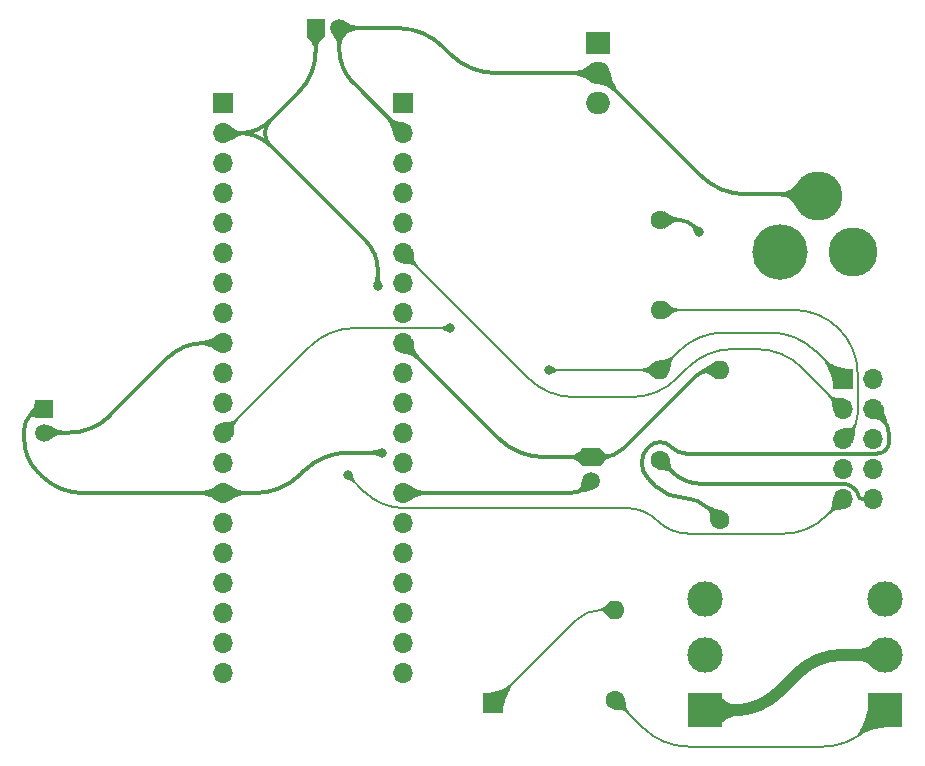
<source format=gtl>
%TF.GenerationSoftware,KiCad,Pcbnew,8.0.7*%
%TF.CreationDate,2025-03-02T11:45:57+02:00*%
%TF.ProjectId,EPM7032S Programmer,45504d37-3033-4325-9320-50726f677261,V0*%
%TF.SameCoordinates,Original*%
%TF.FileFunction,Copper,L1,Top*%
%TF.FilePolarity,Positive*%
%FSLAX46Y46*%
G04 Gerber Fmt 4.6, Leading zero omitted, Abs format (unit mm)*
G04 Created by KiCad (PCBNEW 8.0.7) date 2025-03-02 11:45:57*
%MOMM*%
%LPD*%
G01*
G04 APERTURE LIST*
%TA.AperFunction,ComponentPad*%
%ADD10O,2.000000X1.905000*%
%TD*%
%TA.AperFunction,ComponentPad*%
%ADD11R,2.000000X1.905000*%
%TD*%
%TA.AperFunction,ComponentPad*%
%ADD12C,3.000000*%
%TD*%
%TA.AperFunction,ComponentPad*%
%ADD13R,3.000000X3.000000*%
%TD*%
%TA.AperFunction,ComponentPad*%
%ADD14R,1.700000X1.700000*%
%TD*%
%TA.AperFunction,ComponentPad*%
%ADD15C,1.500000*%
%TD*%
%TA.AperFunction,ComponentPad*%
%ADD16R,1.500000X1.500000*%
%TD*%
%TA.AperFunction,ComponentPad*%
%ADD17O,1.600000X1.600000*%
%TD*%
%TA.AperFunction,ComponentPad*%
%ADD18C,1.600000*%
%TD*%
%TA.AperFunction,ComponentPad*%
%ADD19C,4.150000*%
%TD*%
%TA.AperFunction,ComponentPad*%
%ADD20C,4.700000*%
%TD*%
%TA.AperFunction,ComponentPad*%
%ADD21O,1.700000X1.700000*%
%TD*%
%TA.AperFunction,ViaPad*%
%ADD22C,0.800000*%
%TD*%
%TA.AperFunction,Conductor*%
%ADD23C,0.380000*%
%TD*%
%TA.AperFunction,Conductor*%
%ADD24C,1.000000*%
%TD*%
%TA.AperFunction,Conductor*%
%ADD25C,0.200000*%
%TD*%
G04 APERTURE END LIST*
D10*
%TO.P,U1,3,OUT*%
%TO.N,/5V*%
X34290000Y17780000D03*
%TO.P,U1,2,GND*%
%TO.N,/GND*%
X34290000Y20320000D03*
D11*
%TO.P,U1,1,IN*%
%TO.N,/12V*%
X34290000Y22860000D03*
%TD*%
D12*
%TO.P,S2,3,P2*%
%TO.N,unconnected-(S2-P2-Pad3)*%
X43344000Y-24240000D03*
%TO.P,S2,2,CM*%
%TO.N,/12V Socket*%
X43344000Y-28939000D03*
D13*
%TO.P,S2,1,P1*%
%TO.N,/12V*%
X43344000Y-33638000D03*
%TD*%
D12*
%TO.P,S1,3,P2*%
%TO.N,unconnected-(S1-P2-Pad3)*%
X58584000Y-24240000D03*
%TO.P,S1,2,CM*%
%TO.N,/12V*%
X58584000Y-28939000D03*
D13*
%TO.P,S1,1,P1*%
%TO.N,Net-(S1-P1)*%
X58584000Y-33638000D03*
%TD*%
D14*
%TO.P,J5,1,Pin_1*%
%TO.N,/INPUT{slash}OE1*%
X25400000Y-33020000D03*
%TD*%
D15*
%TO.P,C1,2*%
%TO.N,/GND*%
X12356000Y24130000D03*
D16*
%TO.P,C1,1*%
%TO.N,/5V*%
X10356000Y24130000D03*
%TD*%
D17*
%TO.P,R4,2*%
%TO.N,/INPUT{slash}OE1*%
X35724000Y-25129000D03*
D18*
%TO.P,R4,1*%
%TO.N,Net-(S1-P1)*%
X35724000Y-32749000D03*
%TD*%
D19*
%TO.P,J2,SHL2,GND*%
%TO.N,/GND*%
X55857000Y5207000D03*
%TO.P,J2,SHL1,GND*%
X52857000Y9907000D03*
D20*
%TO.P,J2,INNER,VCC*%
%TO.N,/12V Socket*%
X49657000Y5207000D03*
%TD*%
D17*
%TO.P,R1,2*%
%TO.N,/5V*%
X44614000Y-4809000D03*
D18*
%TO.P,R1,1*%
%TO.N,Net-(J3-Pin_4)*%
X44614000Y-17509000D03*
%TD*%
D21*
%TO.P,J1,20,Pin_20*%
%TO.N,unconnected-(J1-Pin_20-Pad20)*%
X2540000Y-30480000D03*
%TO.P,J1,19,Pin_19*%
%TO.N,unconnected-(J1-Pin_19-Pad19)*%
X2540000Y-27940000D03*
%TO.P,J1,18,Pin_18*%
%TO.N,unconnected-(J1-Pin_18-Pad18)*%
X2540000Y-25400000D03*
%TO.P,J1,17,Pin_17*%
%TO.N,unconnected-(J1-Pin_17-Pad17)*%
X2540000Y-22860000D03*
%TO.P,J1,16,Pin_16*%
%TO.N,unconnected-(J1-Pin_16-Pad16)*%
X2540000Y-20320000D03*
%TO.P,J1,15,Pin_15*%
%TO.N,unconnected-(J1-Pin_15-Pad15)*%
X2540000Y-17780000D03*
%TO.P,J1,14,Pin_14*%
%TO.N,/5V*%
X2540000Y-15240000D03*
%TO.P,J1,13,Pin_13*%
%TO.N,unconnected-(J1-Pin_13-Pad13)*%
X2540000Y-12700000D03*
%TO.P,J1,12,Pin_12*%
%TO.N,/TMS*%
X2540000Y-10160000D03*
%TO.P,J1,11,Pin_11*%
%TO.N,unconnected-(J1-Pin_11-Pad11)*%
X2540000Y-7620000D03*
%TO.P,J1,10,Pin_10*%
%TO.N,unconnected-(J1-Pin_10-Pad10)*%
X2540000Y-5080000D03*
%TO.P,J1,9,Pin_9*%
%TO.N,/GND*%
X2540000Y-2540000D03*
%TO.P,J1,8,Pin_8*%
%TO.N,unconnected-(J1-Pin_8-Pad8)*%
X2540000Y0D03*
%TO.P,J1,7,Pin_7*%
%TO.N,unconnected-(J1-Pin_7-Pad7)*%
X2540000Y2540000D03*
%TO.P,J1,6,Pin_6*%
%TO.N,/TDI*%
X2540000Y5080000D03*
%TO.P,J1,5,Pin_5*%
%TO.N,unconnected-(J1-Pin_5-Pad5)*%
X2540000Y7620000D03*
%TO.P,J1,4,Pin_4*%
%TO.N,unconnected-(J1-Pin_4-Pad4)*%
X2540000Y10160000D03*
%TO.P,J1,3,Pin_3*%
%TO.N,unconnected-(J1-Pin_3-Pad3)*%
X2540000Y12700000D03*
%TO.P,J1,2,Pin_2*%
%TO.N,/5V*%
X2540000Y15240000D03*
D14*
%TO.P,J1,1,Pin_1*%
%TO.N,unconnected-(J1-Pin_1-Pad1)*%
X2540000Y17780000D03*
%TD*%
D15*
%TO.P,C3,2*%
%TO.N,/GND*%
X33692000Y-14191000D03*
D16*
%TO.P,C3,1*%
%TO.N,/5V*%
X33692000Y-12191000D03*
%TD*%
D21*
%TO.P,J3,10,Pin_10*%
%TO.N,/GND*%
X57568000Y-15731000D03*
%TO.P,J3,9,Pin_9*%
%TO.N,/TDI*%
X55028000Y-15731000D03*
%TO.P,J3,8,Pin_8*%
%TO.N,unconnected-(J3-Pin_8-Pad8)*%
X57568000Y-13191000D03*
%TO.P,J3,7,Pin_7*%
%TO.N,unconnected-(J3-Pin_7-Pad7)*%
X55028000Y-13191000D03*
%TO.P,J3,6,Pin_6*%
%TO.N,unconnected-(J3-Pin_6-Pad6)*%
X57568000Y-10651000D03*
%TO.P,J3,5,Pin_5*%
%TO.N,/TMS*%
X55028000Y-10651000D03*
%TO.P,J3,4,Pin_4*%
%TO.N,Net-(J3-Pin_4)*%
X57568000Y-8111000D03*
%TO.P,J3,3,Pin_3*%
%TO.N,/TDO*%
X55028000Y-8111000D03*
%TO.P,J3,2,Pin_2*%
%TO.N,/GND*%
X57568000Y-5571000D03*
D14*
%TO.P,J3,1,Pin_1*%
%TO.N,/TCK*%
X55028000Y-5571000D03*
%TD*%
D17*
%TO.P,R2,2*%
%TO.N,/TCK*%
X39534000Y-4809000D03*
D18*
%TO.P,R2,1*%
%TO.N,/GND*%
X39534000Y-12429000D03*
%TD*%
D17*
%TO.P,R3,2*%
%TO.N,/TMS*%
X39534000Y271000D03*
D18*
%TO.P,R3,1*%
%TO.N,/5V*%
X39534000Y7891000D03*
%TD*%
D21*
%TO.P,J4,20,Pin_20*%
%TO.N,/GND*%
X17780000Y-30480000D03*
%TO.P,J4,19,Pin_19*%
%TO.N,unconnected-(J4-Pin_19-Pad19)*%
X17780000Y-27940000D03*
%TO.P,J4,18,Pin_18*%
%TO.N,unconnected-(J4-Pin_18-Pad18)*%
X17780000Y-25400000D03*
%TO.P,J4,17,Pin_17*%
%TO.N,unconnected-(J4-Pin_17-Pad17)*%
X17780000Y-22860000D03*
%TO.P,J4,16,Pin_16*%
%TO.N,unconnected-(J4-Pin_16-Pad16)*%
X17780000Y-20320000D03*
%TO.P,J4,15,Pin_15*%
%TO.N,unconnected-(J4-Pin_15-Pad15)*%
X17780000Y-17780000D03*
%TO.P,J4,14,Pin_14*%
%TO.N,/GND*%
X17780000Y-15240000D03*
%TO.P,J4,13,Pin_13*%
%TO.N,unconnected-(J4-Pin_13-Pad13)*%
X17780000Y-12700000D03*
%TO.P,J4,12,Pin_12*%
%TO.N,/TCK*%
X17780000Y-10160000D03*
%TO.P,J4,11,Pin_11*%
%TO.N,unconnected-(J4-Pin_11-Pad11)*%
X17780000Y-7620000D03*
%TO.P,J4,10,Pin_10*%
%TO.N,unconnected-(J4-Pin_10-Pad10)*%
X17780000Y-5080000D03*
%TO.P,J4,9,Pin_9*%
%TO.N,/5V*%
X17780000Y-2540000D03*
%TO.P,J4,8,Pin_8*%
%TO.N,unconnected-(J4-Pin_8-Pad8)*%
X17780000Y0D03*
%TO.P,J4,7,Pin_7*%
%TO.N,unconnected-(J4-Pin_7-Pad7)*%
X17780000Y2540000D03*
%TO.P,J4,6,Pin_6*%
%TO.N,/TDO*%
X17780000Y5080000D03*
%TO.P,J4,5,Pin_5*%
%TO.N,unconnected-(J4-Pin_5-Pad5)*%
X17780000Y7620000D03*
%TO.P,J4,4,Pin_4*%
%TO.N,unconnected-(J4-Pin_4-Pad4)*%
X17780000Y10160000D03*
%TO.P,J4,3,Pin_3*%
%TO.N,unconnected-(J4-Pin_3-Pad3)*%
X17780000Y12700000D03*
%TO.P,J4,2,Pin_2*%
%TO.N,/GND*%
X17780000Y15240000D03*
D14*
%TO.P,J4,1,Pin_1*%
%TO.N,unconnected-(J4-Pin_1-Pad1)*%
X17780000Y17780000D03*
%TD*%
D15*
%TO.P,C4,2*%
%TO.N,/GND*%
X-12618500Y-10127000D03*
D16*
%TO.P,C4,1*%
%TO.N,/5V*%
X-12618500Y-8127000D03*
%TD*%
D22*
%TO.N,/TMS*%
X21717000Y-1270000D03*
%TO.N,/TDI*%
X13081000Y-13715994D03*
%TO.N,/TCK*%
X30098998Y-4826002D03*
%TO.N,/5V*%
X42813900Y6887400D03*
X16002000Y-11811000D03*
X15621000Y2286000D03*
%TD*%
D23*
%TO.N,/5V*%
X-14306500Y-10731500D02*
G75*
G03*
X-13183967Y-13441532I3832568J3D01*
G01*
X36393692Y-11485307D02*
G75*
G02*
X34690000Y-12190995I-1703692J1703707D01*
G01*
X-13798000Y-8635500D02*
G75*
G03*
X-14306500Y-9863127I1227628J-1227628D01*
G01*
X42312100Y7389200D02*
G75*
G03*
X41100647Y7891020I-1211500J-1211500D01*
G01*
X25837207Y-10597207D02*
G75*
G03*
X29684963Y-12191011I3847793J3847807D01*
G01*
X14633171Y6067828D02*
G75*
G02*
X15620987Y3683000I-2384871J-2384828D01*
G01*
X-12954000Y-8127000D02*
G75*
G03*
X-13526734Y-8364234I0J-809969D01*
G01*
X9086792Y-13646206D02*
G75*
G02*
X5239036Y-15240003I-3847762J3847756D01*
G01*
X-12846000Y-13779500D02*
G75*
G03*
X-9320041Y-15240000I3525961J3525965D01*
G01*
X13175963Y-11811000D02*
G75*
G03*
X9328206Y-13404791I-3J-5441550D01*
G01*
X10356000Y22132500D02*
G75*
G02*
X8943556Y18722552I-4822400J0D01*
G01*
X43842000Y-4809000D02*
G75*
G03*
X42524108Y-5354881I0J-1863800D01*
G01*
X4000500Y15240000D02*
G75*
G03*
X6493738Y16272720I0J3526000D01*
G01*
X6493729Y14207270D02*
G75*
G03*
X4000500Y15239999I-2493229J-2493230D01*
G01*
X6493729Y16272729D02*
G75*
G03*
X6493729Y14207270I1032731J-1032729D01*
G01*
%TO.N,/GND*%
X825500Y-2540000D02*
G75*
G03*
X-2101334Y-3752334I0J-4139170D01*
G01*
X56326300Y-15471500D02*
G75*
G03*
X56585800Y-15731000I259500J0D01*
G01*
X-7011405Y-8662405D02*
G75*
G02*
X-10547250Y-10127000I-3535845J3535844D01*
G01*
X40549250Y-13444250D02*
G75*
G03*
X43000280Y-14459508I2451050J2451050D01*
G01*
X56142805Y-15028505D02*
G75*
G02*
X56326297Y-15471500I-443005J-442995D01*
G01*
X55950050Y-14835750D02*
G75*
G03*
X55041702Y-14459499I-908350J-908350D01*
G01*
X42965207Y11644792D02*
G75*
G03*
X46812963Y10050959I3847793J3847708D01*
G01*
X12356000Y22397000D02*
G75*
G03*
X13581423Y19438590I4183800J0D01*
G01*
X21151792Y22536206D02*
G75*
G03*
X17304036Y24130003I-3847762J-3847756D01*
G01*
X21774207Y21913792D02*
G75*
G03*
X25621963Y20320002I3847753J3847758D01*
G01*
X33167500Y-14715500D02*
G75*
G02*
X31901244Y-15240019I-1266300J1266300D01*
G01*
D24*
%TO.N,/12V*%
X49616792Y-32044206D02*
G75*
G02*
X45769036Y-33638010I-3847792J3847806D01*
G01*
X54975963Y-28939000D02*
G75*
G03*
X51128236Y-30532821I37J-5441500D01*
G01*
D25*
%TO.N,Net-(S1-P1)*%
X57051500Y-35170500D02*
G75*
G02*
X53351717Y-36703007I-3699800J3699800D01*
G01*
X38084207Y-35109207D02*
G75*
G03*
X41931963Y-36703011I3847793J3847807D01*
G01*
D23*
%TO.N,Net-(J3-Pin_4)*%
X40547300Y-11406500D02*
G75*
G03*
X41716986Y-11891006I1169700J1169700D01*
G01*
X39525900Y-10922000D02*
G75*
G03*
X38609353Y-11301644I0J-1296200D01*
G01*
X43643117Y-16538117D02*
G75*
G03*
X41429000Y-15620990I-2214117J-2214083D01*
G01*
X58634000Y-11597000D02*
G75*
G02*
X57924221Y-11891009I-709800J709800D01*
G01*
X58280290Y-8823290D02*
G75*
G02*
X58928006Y-10387000I-1563690J-1563710D01*
G01*
X58928000Y-10887221D02*
G75*
G02*
X58633994Y-11596994I-1003800J21D01*
G01*
X40442445Y-11301645D02*
G75*
G03*
X39525900Y-10922003I-916545J-916555D01*
G01*
X38481000Y-11430000D02*
G75*
G03*
X37973008Y-12656420I1226400J-1226400D01*
G01*
X37973000Y-12700000D02*
G75*
G03*
X38511821Y-14000809I1839600J0D01*
G01*
X39214882Y-14703882D02*
G75*
G03*
X41429000Y-15621010I2214118J2214082D01*
G01*
D25*
%TO.N,/INPUT{slash}OE1*%
X34507500Y-25129000D02*
G75*
G03*
X32430803Y-25989194I0J-2936900D01*
G01*
%TO.N,/TCK*%
X44925043Y-1651000D02*
G75*
G03*
X41112987Y-3229987I-43J-5391000D01*
G01*
X30128022Y-4809000D02*
G75*
G03*
X30107493Y-4817495I-22J-29000D01*
G01*
X52701792Y-3244792D02*
G75*
G03*
X48854036Y-1650989I-3847792J-3847808D01*
G01*
%TO.N,/TDI*%
X39306500Y-17589500D02*
G75*
G03*
X36700356Y-16510018I-2606100J-2606100D01*
G01*
X14478003Y-15112997D02*
G75*
G03*
X17850666Y-16510001I3372667J3372667D01*
G01*
X39306500Y-17589500D02*
G75*
G03*
X41912643Y-18668982I2606100J2606100D01*
G01*
X53559000Y-17200000D02*
G75*
G02*
X50012520Y-18669008I-3546500J3546500D01*
G01*
%TO.N,/TDO*%
X51558792Y-4641792D02*
G75*
G03*
X47711036Y-3047989I-3847792J-3847808D01*
G01*
X28378207Y-5518207D02*
G75*
G03*
X32225963Y-7112011I3847793J3847807D01*
G01*
X45687963Y-3048000D02*
G75*
G03*
X41840215Y-4641801I37J-5441600D01*
G01*
X40963792Y-5518207D02*
G75*
G02*
X37116036Y-7112010I-3847792J3847807D01*
G01*
%TO.N,/TMS*%
X54667207Y-1327207D02*
G75*
G02*
X56261011Y-5174963I-3847807J-3847793D01*
G01*
X54662792Y-1322792D02*
G75*
G03*
X50815036Y271040I-3847792J-3847708D01*
G01*
X56261000Y-8546137D02*
G75*
G02*
X55644489Y-10034489I-2104900J37D01*
G01*
X13683963Y-1270000D02*
G75*
G03*
X9836206Y-2863791I-3J-5441550D01*
G01*
D24*
%TO.N,/12V*%
X49616792Y-32044206D02*
X51128207Y-30532792D01*
X45769036Y-33638000D02*
X43344000Y-33638000D01*
X54975963Y-28939000D02*
X58584000Y-28939000D01*
D25*
%TO.N,Net-(S1-P1)*%
X38084207Y-35109207D02*
X35724000Y-32749000D01*
X53351717Y-36703000D02*
X41931963Y-36703000D01*
X57051500Y-35170500D02*
X58584000Y-33638000D01*
D23*
%TO.N,/5V*%
X15621000Y3683000D02*
X15621000Y2286000D01*
X14633171Y6067828D02*
X6493729Y14207270D01*
X8943554Y18722554D02*
X6493729Y16272729D01*
X4000500Y15240000D02*
X2540000Y15240000D01*
X10356000Y22132500D02*
X10356000Y24130000D01*
%TO.N,/GND*%
X-10547250Y-10127000D02*
X-12618500Y-10127000D01*
X-2101334Y-3752334D02*
X-7011405Y-8662405D01*
X825500Y-2540000D02*
X2540000Y-2540000D01*
D25*
%TO.N,/TCK*%
X41113000Y-3230000D02*
X39534000Y-4809000D01*
X44925043Y-1651000D02*
X48854036Y-1651000D01*
X52701792Y-3244792D02*
X55028000Y-5571000D01*
D23*
%TO.N,/GND*%
X21151792Y22536206D02*
X21774207Y21913792D01*
X12356000Y22397000D02*
X12356000Y24130000D01*
X40549250Y-13444250D02*
X39534000Y-12429000D01*
X42965207Y11644792D02*
X34290000Y20320000D01*
X33167500Y-14715500D02*
X33692000Y-14191000D01*
X46812963Y10051000D02*
X52536000Y10051000D01*
X25621963Y20320000D02*
X34290000Y20320000D01*
X56585800Y-15731000D02*
X57568000Y-15731000D01*
X31901244Y-15240000D02*
X17780000Y-15240000D01*
X56142805Y-15028505D02*
X55950050Y-14835750D01*
X12356000Y24130000D02*
X17304036Y24130000D01*
X13581416Y19438583D02*
X17780000Y15240000D01*
X43000280Y-14459500D02*
X55041702Y-14459500D01*
D25*
%TO.N,/TMS*%
X21717000Y-1270000D02*
X13683963Y-1270000D01*
X55644500Y-10034500D02*
X55028000Y-10651000D01*
X9836207Y-2863792D02*
X2540000Y-10160000D01*
X50815036Y270999D02*
X39534000Y271000D01*
X56261000Y-5174963D02*
X56261000Y-8546137D01*
X54667207Y-1327207D02*
X54662792Y-1322792D01*
%TO.N,/TDO*%
X47711036Y-3048000D02*
X45687963Y-3048000D01*
X41840206Y-4641792D02*
X40963792Y-5518207D01*
X51558792Y-4641792D02*
X55028000Y-8111000D01*
X28378207Y-5518207D02*
X17780000Y5080000D01*
X32225963Y-7112000D02*
X37116036Y-7112000D01*
%TO.N,/TDI*%
X36700356Y-16510000D02*
X17850666Y-16510000D01*
X14478003Y-15112997D02*
X13081000Y-13715994D01*
X53559000Y-17200000D02*
X55028000Y-15731000D01*
X41912643Y-18669000D02*
X50012520Y-18669000D01*
%TO.N,/TCK*%
X30128022Y-4809000D02*
X39534000Y-4809000D01*
X30107499Y-4817501D02*
X30098998Y-4826002D01*
%TO.N,/INPUT{slash}OE1*%
X34507500Y-25129000D02*
X35724000Y-25129000D01*
X32430804Y-25989195D02*
X25400000Y-33020000D01*
D23*
%TO.N,/5V*%
X34690000Y-12191000D02*
X33692000Y-12191000D01*
X36393692Y-11485307D02*
X42524113Y-5354886D01*
X2540000Y-15240000D02*
X-9320041Y-15240000D01*
X2540000Y-15240000D02*
X5239036Y-15240000D01*
X25837207Y-10597207D02*
X17780000Y-2540000D01*
X-13183967Y-13441532D02*
X-12846000Y-13779500D01*
X42312100Y7389200D02*
X42813900Y6887400D01*
X29684963Y-12191000D02*
X33692000Y-12191000D01*
X41100647Y7891000D02*
X39534000Y7891000D01*
X-13798000Y-8635500D02*
X-13526734Y-8364234D01*
X9086792Y-13646206D02*
X9328207Y-13404792D01*
X16002000Y-11811000D02*
X13175963Y-11811000D01*
X43842000Y-4809000D02*
X44614000Y-4809000D01*
X-14306500Y-10731500D02*
X-14306500Y-9863127D01*
%TO.N,Net-(J3-Pin_4)*%
X58928000Y-10387000D02*
X58928000Y-10887221D01*
X58280290Y-8823290D02*
X57568000Y-8111000D01*
X40547300Y-11406500D02*
X40442445Y-11301645D01*
X41716986Y-11891000D02*
X57924221Y-11891000D01*
X37973000Y-12656420D02*
X37973000Y-12700000D01*
X38609354Y-11301645D02*
X38481000Y-11430000D01*
X43643117Y-16538117D02*
X44614000Y-17509000D01*
X38511815Y-14000815D02*
X39214882Y-14703882D01*
%TD*%
%TA.AperFunction,Conductor*%
%TO.N,/5V*%
G36*
X-13358675Y-7639935D02*
G01*
X-13357321Y-7640699D01*
X-12629805Y-8118405D01*
X-12624773Y-8125808D01*
X-12626449Y-8134605D01*
X-12627956Y-8136456D01*
X-13361643Y-8870143D01*
X-13369916Y-8873570D01*
X-13376510Y-8871535D01*
X-13427534Y-8836726D01*
X-13486549Y-8805884D01*
X-13486564Y-8805878D01*
X-13545591Y-8784449D01*
X-13604615Y-8772440D01*
X-13604618Y-8772439D01*
X-13659105Y-8770049D01*
X-13666865Y-8766633D01*
X-13924028Y-8509470D01*
X-13927455Y-8501197D01*
X-13924028Y-8492924D01*
X-13923980Y-8492876D01*
X-13819580Y-8389683D01*
X-13819574Y-8389677D01*
X-13706816Y-8247179D01*
X-13706810Y-8247172D01*
X-13594040Y-8073614D01*
X-13516589Y-7933090D01*
X-13481276Y-7869021D01*
X-13481274Y-7869016D01*
X-13481270Y-7869009D01*
X-13374280Y-7645438D01*
X-13367617Y-7639455D01*
X-13358675Y-7639935D01*
G37*
%TD.AperFunction*%
%TD*%
%TA.AperFunction,Conductor*%
%TO.N,/5V*%
G36*
X44312336Y-4080716D02*
G01*
X44312557Y-4081214D01*
X44613057Y-4804130D01*
X44613068Y-4813085D01*
X44613058Y-4813108D01*
X44312790Y-5536214D01*
X44306453Y-5542540D01*
X44297498Y-5542532D01*
X44296488Y-5542055D01*
X44017043Y-5393335D01*
X44015730Y-5392521D01*
X43803235Y-5240431D01*
X43803223Y-5240423D01*
X43616232Y-5127198D01*
X43509668Y-5108600D01*
X43403105Y-5090003D01*
X43403104Y-5090003D01*
X43121461Y-5163013D01*
X43112593Y-5161771D01*
X43107716Y-5156164D01*
X42970461Y-4824797D01*
X42970461Y-4815843D01*
X42976279Y-4809738D01*
X43309864Y-4652499D01*
X43540527Y-4510118D01*
X43733253Y-4374460D01*
X43733786Y-4374107D01*
X43963629Y-4232231D01*
X43964769Y-4231613D01*
X44296766Y-4075121D01*
X44305709Y-4074694D01*
X44312336Y-4080716D01*
G37*
%TD.AperFunction*%
%TD*%
%TA.AperFunction,Conductor*%
%TO.N,/GND*%
G36*
X33010978Y-13908898D02*
G01*
X33688429Y-14188761D01*
X33694767Y-14195087D01*
X33694777Y-14195112D01*
X33878357Y-14639986D01*
X33946686Y-14805572D01*
X33974367Y-14872651D01*
X33974355Y-14881606D01*
X33968015Y-14887929D01*
X33967578Y-14888100D01*
X33645867Y-15005994D01*
X33644777Y-15006334D01*
X33400504Y-15069650D01*
X33399905Y-15069788D01*
X33184631Y-15113676D01*
X33073138Y-15142576D01*
X32939510Y-15177214D01*
X32939507Y-15177214D01*
X32939507Y-15177215D01*
X32616371Y-15295637D01*
X32607424Y-15295266D01*
X32601536Y-15289129D01*
X32464302Y-14957832D01*
X32464302Y-14948877D01*
X32469180Y-14943269D01*
X32562982Y-14888100D01*
X32703300Y-14805572D01*
X32819777Y-14639986D01*
X32868676Y-14441384D01*
X32908709Y-14200229D01*
X32909054Y-14198757D01*
X32995330Y-13916295D01*
X33001023Y-13909386D01*
X33009937Y-13908525D01*
X33010978Y-13908898D01*
G37*
%TD.AperFunction*%
%TD*%
%TA.AperFunction,Conductor*%
%TO.N,/12V*%
G36*
X44850735Y-32643856D02*
G01*
X45028115Y-32798006D01*
X45212231Y-32928009D01*
X45212240Y-32928014D01*
X45212246Y-32928018D01*
X45396339Y-33028010D01*
X45396351Y-33028015D01*
X45580455Y-33098014D01*
X45580460Y-33098015D01*
X45580462Y-33098016D01*
X45755446Y-33136035D01*
X45762802Y-33141140D01*
X45764661Y-33147364D01*
X45773408Y-34128444D01*
X45770055Y-34136747D01*
X45764169Y-34139986D01*
X45587606Y-34177981D01*
X45587585Y-34177987D01*
X45401705Y-34247984D01*
X45401697Y-34247988D01*
X45215798Y-34347992D01*
X45215792Y-34347995D01*
X45029901Y-34477994D01*
X44850729Y-34632210D01*
X44842224Y-34635009D01*
X44836610Y-34633079D01*
X43357616Y-33647744D01*
X43352631Y-33640305D01*
X43354366Y-33631520D01*
X43357612Y-33628273D01*
X44836575Y-32642949D01*
X44845358Y-32641215D01*
X44850735Y-32643856D01*
G37*
%TD.AperFunction*%
%TD*%
%TA.AperFunction,Conductor*%
%TO.N,/12V*%
G36*
X57496717Y-27946225D02*
G01*
X58039868Y-28441709D01*
X58575524Y-28930356D01*
X58579327Y-28938464D01*
X58576283Y-28946885D01*
X58575524Y-28947644D01*
X57496719Y-29931773D01*
X57488298Y-29934817D01*
X57480908Y-29931735D01*
X57318845Y-29782486D01*
X57318841Y-29782483D01*
X57318840Y-29782482D01*
X57238735Y-29731924D01*
X57101670Y-29645417D01*
X56829000Y-29536612D01*
X56828998Y-29536611D01*
X56828997Y-29536611D01*
X56617618Y-29491540D01*
X56492537Y-29464870D01*
X56094961Y-29439694D01*
X56086921Y-29435751D01*
X56084000Y-29428017D01*
X56084000Y-28449982D01*
X56087427Y-28441709D01*
X56094958Y-28438306D01*
X56492536Y-28413129D01*
X56828997Y-28341387D01*
X57101669Y-28232581D01*
X57318840Y-28095517D01*
X57480910Y-27946263D01*
X57489315Y-27943180D01*
X57496717Y-27946225D01*
G37*
%TD.AperFunction*%
%TD*%
%TA.AperFunction,Conductor*%
%TO.N,Net-(S1-P1)*%
G36*
X36460118Y-32447793D02*
G01*
X36466443Y-32454132D01*
X36466831Y-32455222D01*
X36567995Y-32790979D01*
X36568421Y-32793071D01*
X36598416Y-33065008D01*
X36598427Y-33065112D01*
X36622223Y-33300112D01*
X36622224Y-33300115D01*
X36622224Y-33300117D01*
X36622225Y-33300119D01*
X36708518Y-33535586D01*
X36919595Y-33801488D01*
X36922054Y-33810098D01*
X36918704Y-33817035D01*
X36792035Y-33943704D01*
X36783762Y-33947131D01*
X36776488Y-33944595D01*
X36775366Y-33943704D01*
X36510586Y-33733518D01*
X36275119Y-33647225D01*
X36275117Y-33647224D01*
X36275115Y-33647224D01*
X36275112Y-33647223D01*
X36040060Y-33623421D01*
X36039956Y-33623410D01*
X35768071Y-33593421D01*
X35765979Y-33592995D01*
X35491345Y-33510247D01*
X35430221Y-33491830D01*
X35423289Y-33486163D01*
X35422394Y-33477253D01*
X35422775Y-33476180D01*
X35721438Y-32752785D01*
X35727762Y-32746448D01*
X35727764Y-32746446D01*
X36451165Y-32447782D01*
X36460118Y-32447793D01*
G37*
%TD.AperFunction*%
%TD*%
%TA.AperFunction,Conductor*%
%TO.N,Net-(S1-P1)*%
G36*
X58580056Y-33640998D02*
G01*
X58583731Y-33649165D01*
X58583693Y-33650519D01*
X58456707Y-35128092D01*
X58452584Y-35136041D01*
X58445940Y-35138756D01*
X58047228Y-35169185D01*
X58047220Y-35169186D01*
X57861301Y-35207944D01*
X57638590Y-35254373D01*
X57638584Y-35254374D01*
X57638584Y-35254375D01*
X57638580Y-35254376D01*
X57229964Y-35393556D01*
X57229948Y-35393563D01*
X56821330Y-35586743D01*
X56821328Y-35586744D01*
X56422056Y-35828269D01*
X56413203Y-35829619D01*
X56406416Y-35824969D01*
X56302131Y-35676034D01*
X56300193Y-35667291D01*
X56301433Y-35663740D01*
X56455184Y-35380608D01*
X56551944Y-35169186D01*
X56612386Y-35037121D01*
X56769591Y-34639630D01*
X56926795Y-34188139D01*
X57081522Y-33690615D01*
X57087250Y-33683734D01*
X57092338Y-33682396D01*
X58571685Y-33637822D01*
X58580056Y-33640998D01*
G37*
%TD.AperFunction*%
%TD*%
%TA.AperFunction,Conductor*%
%TO.N,/5V*%
G36*
X15808010Y3082573D02*
G01*
X15811429Y3074745D01*
X15817340Y2919580D01*
X15837202Y2802585D01*
X15871853Y2704089D01*
X15871858Y2704076D01*
X15922483Y2593362D01*
X15922548Y2593219D01*
X15985732Y2449998D01*
X15985936Y2441046D01*
X15979749Y2434571D01*
X15979558Y2434489D01*
X15625499Y2286875D01*
X15616550Y2286855D01*
X15262468Y2434478D01*
X15256152Y2440824D01*
X15256173Y2449778D01*
X15256248Y2449954D01*
X15319450Y2593219D01*
X15335192Y2627648D01*
X15370139Y2704076D01*
X15370144Y2704089D01*
X15404795Y2802585D01*
X15424657Y2919580D01*
X15424657Y2919581D01*
X15424658Y2919587D01*
X15430571Y3074746D01*
X15434311Y3082882D01*
X15442263Y3086000D01*
X15799737Y3086000D01*
X15808010Y3082573D01*
G37*
%TD.AperFunction*%
%TD*%
%TA.AperFunction,Conductor*%
%TO.N,/5V*%
G36*
X2875594Y16019625D02*
G01*
X2876689Y16019101D01*
X3182532Y15852991D01*
X3184289Y15851821D01*
X3399170Y15678690D01*
X3584686Y15531937D01*
X3584687Y15531936D01*
X3812508Y15440082D01*
X4144673Y15431364D01*
X4152853Y15427721D01*
X4156010Y15420815D01*
X4191184Y15063684D01*
X4188584Y15055115D01*
X4181601Y15051020D01*
X3840664Y14990052D01*
X3605910Y14891743D01*
X3414250Y14765048D01*
X3192561Y14617424D01*
X3191295Y14616691D01*
X2876486Y14460269D01*
X2867554Y14459658D01*
X2860804Y14465542D01*
X2860490Y14466230D01*
X2540871Y15235412D01*
X2540861Y15244367D01*
X2540870Y15244391D01*
X2721301Y15678716D01*
X2860300Y16013309D01*
X2866639Y16019634D01*
X2875594Y16019625D01*
G37*
%TD.AperFunction*%
%TD*%
%TA.AperFunction,Conductor*%
%TO.N,/5V*%
G36*
X10364268Y24122720D02*
G01*
X10364279Y24122709D01*
X11096976Y23389035D01*
X11100397Y23380759D01*
X11096965Y23372488D01*
X11096211Y23371799D01*
X11043828Y23327909D01*
X10993999Y23286160D01*
X10881999Y23164240D01*
X10833753Y23099625D01*
X10770002Y23014244D01*
X10769995Y23014233D01*
X10657996Y22836154D01*
X10549322Y22636115D01*
X10542361Y22630481D01*
X10539041Y22630000D01*
X10172959Y22630000D01*
X10164686Y22633427D01*
X10162678Y22636115D01*
X10153979Y22652126D01*
X10053999Y22836160D01*
X9941999Y23014240D01*
X9830000Y23164240D01*
X9718000Y23286160D01*
X9615786Y23371800D01*
X9611646Y23379739D01*
X9614333Y23388281D01*
X9615011Y23389023D01*
X9983141Y23757644D01*
X10347721Y24122709D01*
X10355992Y24126141D01*
X10364268Y24122720D01*
G37*
%TD.AperFunction*%
%TD*%
%TA.AperFunction,Conductor*%
%TO.N,/GND*%
G36*
X-12321017Y-9439385D02*
G01*
X-12320260Y-9439731D01*
X-12036081Y-9582549D01*
X-12034845Y-9583271D01*
X-11831561Y-9719655D01*
X-11654408Y-9832336D01*
X-11438535Y-9908817D01*
X-11129174Y-9936060D01*
X-11121233Y-9940199D01*
X-11118500Y-9947715D01*
X-11118500Y-10306284D01*
X-11121927Y-10314557D01*
X-11129174Y-10317939D01*
X-11438535Y-10345182D01*
X-11654407Y-10421662D01*
X-11654408Y-10421663D01*
X-11831557Y-10534340D01*
X-12034828Y-10670716D01*
X-12036092Y-10671454D01*
X-12320254Y-10814264D01*
X-12329185Y-10814917D01*
X-12335962Y-10809064D01*
X-12336312Y-10808301D01*
X-12617633Y-10131491D01*
X-12617644Y-10122536D01*
X-12617633Y-10122509D01*
X-12336312Y-9445698D01*
X-12329972Y-9439374D01*
X-12321017Y-9439385D01*
G37*
%TD.AperFunction*%
%TD*%
%TA.AperFunction,Conductor*%
%TO.N,/GND*%
G36*
X2219189Y-1765556D02*
G01*
X2219574Y-1766388D01*
X2539134Y-2535511D01*
X2539143Y-2544466D01*
X2539134Y-2544489D01*
X2219574Y-3313611D01*
X2213235Y-3319936D01*
X2204280Y-3319927D01*
X2203448Y-3319542D01*
X1878645Y-3153685D01*
X1877252Y-3152847D01*
X1647582Y-2991918D01*
X1520818Y-2906141D01*
X1448183Y-2856991D01*
X1448181Y-2856990D01*
X1204170Y-2764394D01*
X1204164Y-2764392D01*
X850600Y-2731001D01*
X842686Y-2726812D01*
X840000Y-2719353D01*
X840000Y-2360646D01*
X843427Y-2352373D01*
X850597Y-2348999D01*
X1204167Y-2315606D01*
X1448183Y-2223008D01*
X1647587Y-2088077D01*
X1877255Y-1927148D01*
X1878641Y-1926314D01*
X2203448Y-1760456D01*
X2212375Y-1759746D01*
X2219189Y-1765556D01*
G37*
%TD.AperFunction*%
%TD*%
%TA.AperFunction,Conductor*%
%TO.N,/TCK*%
G36*
X40602035Y-3614295D02*
G01*
X40728704Y-3740964D01*
X40732131Y-3749237D01*
X40729595Y-3756511D01*
X40518518Y-4022413D01*
X40432224Y-4257883D01*
X40432223Y-4257886D01*
X40408427Y-4492887D01*
X40408416Y-4492991D01*
X40378421Y-4764926D01*
X40377995Y-4767018D01*
X40276831Y-5102777D01*
X40271163Y-5109710D01*
X40262253Y-5110605D01*
X40261163Y-5110217D01*
X39537787Y-4811562D01*
X39531448Y-4805237D01*
X39531437Y-4805212D01*
X39515246Y-4765996D01*
X39232782Y-4081834D01*
X39232793Y-4072881D01*
X39239132Y-4066556D01*
X39240201Y-4066175D01*
X39575981Y-3965001D01*
X39578070Y-3964576D01*
X39850008Y-3934582D01*
X40018366Y-3917532D01*
X40085112Y-3910774D01*
X40085113Y-3910773D01*
X40085119Y-3910773D01*
X40320586Y-3824480D01*
X40586490Y-3613403D01*
X40595098Y-3610945D01*
X40602035Y-3614295D01*
G37*
%TD.AperFunction*%
%TD*%
%TA.AperFunction,Conductor*%
%TO.N,/TCK*%
G36*
X53655611Y-4054391D02*
G01*
X53994152Y-4273599D01*
X53994159Y-4273603D01*
X54106151Y-4331573D01*
X54340634Y-4452949D01*
X54687117Y-4587299D01*
X55033599Y-4676649D01*
X55364917Y-4719058D01*
X55372688Y-4723507D01*
X55375036Y-4732148D01*
X55374245Y-4735130D01*
X55030562Y-5567215D01*
X55024236Y-5573553D01*
X55024215Y-5573562D01*
X54189870Y-5918178D01*
X54180915Y-5918169D01*
X54174589Y-5911831D01*
X54174221Y-5910806D01*
X54043649Y-5486599D01*
X53909299Y-5095117D01*
X53774949Y-4748634D01*
X53703053Y-4587298D01*
X53640603Y-4447160D01*
X53510240Y-4198289D01*
X53509437Y-4189370D01*
X53512329Y-4184589D01*
X53640980Y-4055938D01*
X53649252Y-4052512D01*
X53655611Y-4054391D01*
G37*
%TD.AperFunction*%
%TD*%
%TA.AperFunction,Conductor*%
%TO.N,/GND*%
G36*
X12360491Y24129133D02*
G01*
X13037301Y23847812D01*
X13043625Y23841472D01*
X13043614Y23832517D01*
X13043264Y23831754D01*
X12900454Y23547592D01*
X12899716Y23546328D01*
X12763340Y23343057D01*
X12650663Y23165908D01*
X12650662Y23165907D01*
X12574182Y22950035D01*
X12546940Y22640674D01*
X12542801Y22632733D01*
X12535285Y22630000D01*
X12176715Y22630000D01*
X12168442Y22633427D01*
X12165060Y22640674D01*
X12137817Y22950035D01*
X12061336Y23165908D01*
X11948655Y23343061D01*
X11812271Y23546345D01*
X11811549Y23547581D01*
X11668734Y23831754D01*
X11668082Y23840685D01*
X11673935Y23847462D01*
X11674698Y23847812D01*
X12351509Y24129133D01*
X12360464Y24129144D01*
X12360491Y24129133D01*
G37*
%TD.AperFunction*%
%TD*%
%TA.AperFunction,Conductor*%
%TO.N,/GND*%
G36*
X40270123Y-12127791D02*
G01*
X40276448Y-12134130D01*
X40276834Y-12135216D01*
X40364412Y-12425509D01*
X40364837Y-12427576D01*
X40391543Y-12664200D01*
X40391550Y-12664265D01*
X40413450Y-12868586D01*
X40413452Y-12868593D01*
X40490320Y-13072398D01*
X40490322Y-13072402D01*
X40568081Y-13168104D01*
X40675455Y-13300257D01*
X40678012Y-13308839D01*
X40674743Y-13315812D01*
X40423797Y-13572645D01*
X40415564Y-13576167D01*
X40408211Y-13573677D01*
X40175876Y-13391600D01*
X40175874Y-13391599D01*
X40046268Y-13342825D01*
X39971081Y-13314530D01*
X39971079Y-13314529D01*
X39767789Y-13290536D01*
X39767753Y-13290516D01*
X39767719Y-13290528D01*
X39532440Y-13261313D01*
X39530452Y-13260888D01*
X39240143Y-13171872D01*
X39233238Y-13166170D01*
X39232387Y-13157256D01*
X39232751Y-13156238D01*
X39531430Y-12432794D01*
X39537754Y-12426457D01*
X39537758Y-12426455D01*
X40261170Y-12127780D01*
X40270123Y-12127791D01*
G37*
%TD.AperFunction*%
%TD*%
%TA.AperFunction,Conductor*%
%TO.N,/GND*%
G36*
X35269868Y20501991D02*
G01*
X35274552Y20495427D01*
X35373791Y20134043D01*
X35475893Y19807204D01*
X35577997Y19525328D01*
X35680095Y19288434D01*
X35680102Y19288420D01*
X35778130Y19104149D01*
X35778990Y19095236D01*
X35776074Y19090381D01*
X35520423Y18834730D01*
X35512150Y18831303D01*
X35505459Y18833405D01*
X35222131Y19030902D01*
X34930767Y19188252D01*
X34639404Y19299852D01*
X34348040Y19365702D01*
X34070590Y19384842D01*
X34062575Y19388829D01*
X34059726Y19397318D01*
X34060044Y19399338D01*
X34091392Y19525328D01*
X34287480Y20313424D01*
X34292803Y20320624D01*
X34296667Y20322096D01*
X35261103Y20503827D01*
X35269868Y20501991D01*
G37*
%TD.AperFunction*%
%TD*%
%TA.AperFunction,Conductor*%
%TO.N,/GND*%
G36*
X51105180Y10985325D02*
G01*
X52839986Y9918082D01*
X52845236Y9910829D01*
X52843820Y9901986D01*
X52839039Y9897628D01*
X52388072Y9674722D01*
X51018938Y8997983D01*
X51010004Y8997390D01*
X51003473Y9002891D01*
X50900563Y9192568D01*
X50737043Y9421497D01*
X50506874Y9637438D01*
X50198648Y9798052D01*
X49810827Y9859437D01*
X49803193Y9864115D01*
X49800958Y9870993D01*
X49800958Y10230698D01*
X49804385Y10238971D01*
X49811176Y10242304D01*
X50130679Y10283095D01*
X50206800Y10292814D01*
X50531574Y10426448D01*
X50531576Y10426449D01*
X50531581Y10426452D01*
X50782911Y10609187D01*
X50782913Y10609189D01*
X50968421Y10808304D01*
X50968423Y10808306D01*
X50968430Y10808314D01*
X50968434Y10808320D01*
X50968439Y10808326D01*
X51089449Y10982047D01*
X51096989Y10986877D01*
X51105180Y10985325D01*
G37*
%TD.AperFunction*%
%TD*%
%TA.AperFunction,Conductor*%
%TO.N,/GND*%
G36*
X33720212Y21102515D02*
G01*
X33720402Y21102263D01*
X34285970Y20326895D01*
X34288076Y20318191D01*
X34285970Y20313105D01*
X33720402Y19537736D01*
X33712758Y19533072D01*
X33704054Y19535178D01*
X33703802Y19535368D01*
X33441815Y19737519D01*
X33170312Y19902464D01*
X32898808Y20022860D01*
X32627305Y20098705D01*
X32366160Y20128806D01*
X32358336Y20133157D01*
X32355802Y20140428D01*
X32355802Y20499571D01*
X32359229Y20507844D01*
X32366162Y20511194D01*
X32627306Y20541294D01*
X32898812Y20617140D01*
X33170317Y20737537D01*
X33441818Y20902482D01*
X33441821Y20902484D01*
X33703802Y21104631D01*
X33712445Y21106972D01*
X33720212Y21102515D01*
G37*
%TD.AperFunction*%
%TD*%
%TA.AperFunction,Conductor*%
%TO.N,/GND*%
G36*
X18115719Y-14460072D02*
G01*
X18116551Y-14460457D01*
X18441353Y-14626313D01*
X18442746Y-14627151D01*
X18672412Y-14788077D01*
X18871816Y-14923008D01*
X19115832Y-15015606D01*
X19469402Y-15048999D01*
X19477314Y-15053187D01*
X19480000Y-15060646D01*
X19480000Y-15419353D01*
X19476573Y-15427626D01*
X19469400Y-15431001D01*
X19115834Y-15464392D01*
X19115828Y-15464394D01*
X18871817Y-15556990D01*
X18672416Y-15691918D01*
X18442746Y-15852847D01*
X18441353Y-15853685D01*
X18116551Y-16019542D01*
X18107624Y-16020253D01*
X18100810Y-16014443D01*
X18100425Y-16013611D01*
X17966767Y-15691922D01*
X17780864Y-15244488D01*
X17780856Y-15235534D01*
X17780865Y-15235511D01*
X17856618Y-15053187D01*
X18100426Y-14466386D01*
X18106764Y-14460063D01*
X18115719Y-14460072D01*
G37*
%TD.AperFunction*%
%TD*%
%TA.AperFunction,Conductor*%
%TO.N,/GND*%
G36*
X12653482Y24817614D02*
G01*
X12654245Y24817264D01*
X12938405Y24674454D01*
X12939669Y24673716D01*
X13142940Y24537340D01*
X13320089Y24424663D01*
X13320090Y24424662D01*
X13535962Y24348182D01*
X13845326Y24320939D01*
X13853267Y24316800D01*
X13856000Y24309284D01*
X13856000Y23950715D01*
X13852573Y23942442D01*
X13845326Y23939060D01*
X13535963Y23911817D01*
X13320090Y23835336D01*
X13275801Y23807165D01*
X13142940Y23722658D01*
X12939669Y23586282D01*
X12938408Y23585546D01*
X12750921Y23491321D01*
X12654245Y23442735D01*
X12645314Y23442082D01*
X12638537Y23447935D01*
X12638198Y23448673D01*
X12356865Y24125510D01*
X12356855Y24134464D01*
X12638188Y24811302D01*
X12644527Y24817625D01*
X12653482Y24817614D01*
G37*
%TD.AperFunction*%
%TD*%
%TA.AperFunction,Conductor*%
%TO.N,/GND*%
G36*
X16720472Y16569643D02*
G01*
X16994088Y16343248D01*
X16994092Y16343245D01*
X17232117Y16236174D01*
X17468494Y16190592D01*
X17744711Y16141981D01*
X17746289Y16141589D01*
X18093242Y16029197D01*
X18100056Y16023387D01*
X18100767Y16014460D01*
X18100450Y16013600D01*
X17782562Y15243785D01*
X17776238Y15237447D01*
X17006399Y14919549D01*
X16997444Y14919558D01*
X16991119Y14925897D01*
X16990802Y14926757D01*
X16889557Y15239293D01*
X16878406Y15273713D01*
X16878016Y15275286D01*
X16829411Y15551472D01*
X16783821Y15787883D01*
X16676753Y16025906D01*
X16450354Y16299529D01*
X16447721Y16308086D01*
X16451096Y16315259D01*
X16704740Y16568902D01*
X16713013Y16572329D01*
X16720472Y16569643D01*
G37*
%TD.AperFunction*%
%TD*%
%TA.AperFunction,Conductor*%
%TO.N,/TMS*%
G36*
X21568413Y-911287D02*
G01*
X21568762Y-912046D01*
X21716123Y-1265498D01*
X21716144Y-1274452D01*
X21716123Y-1274502D01*
X21568762Y-1627952D01*
X21562415Y-1634270D01*
X21553461Y-1634249D01*
X21552702Y-1633900D01*
X21406635Y-1560360D01*
X21405355Y-1559611D01*
X21297266Y-1486734D01*
X21202862Y-1426262D01*
X21202861Y-1426261D01*
X21202860Y-1426261D01*
X21087761Y-1385159D01*
X21087760Y-1385158D01*
X21087758Y-1385158D01*
X20927665Y-1370946D01*
X20919728Y-1366801D01*
X20917000Y-1359292D01*
X20917000Y-1180707D01*
X20920427Y-1172434D01*
X20927664Y-1169053D01*
X21087761Y-1154840D01*
X21202860Y-1113738D01*
X21297271Y-1053261D01*
X21405369Y-980378D01*
X21406620Y-979646D01*
X21552705Y-906097D01*
X21561632Y-905438D01*
X21568413Y-911287D01*
G37*
%TD.AperFunction*%
%TD*%
%TA.AperFunction,Conductor*%
%TO.N,/TMS*%
G36*
X56008867Y-9332403D02*
G01*
X56174418Y-9400979D01*
X56180749Y-9407311D01*
X56181026Y-9415528D01*
X56056950Y-9783329D01*
X56056948Y-9783338D01*
X56009367Y-10065574D01*
X56009365Y-10065590D01*
X55988487Y-10315370D01*
X55988365Y-10316340D01*
X55941020Y-10597193D01*
X55940569Y-10598988D01*
X55817293Y-10964435D01*
X55811402Y-10971179D01*
X55802467Y-10971781D01*
X55801742Y-10971510D01*
X55032109Y-10653777D01*
X55025770Y-10647452D01*
X55025761Y-10647430D01*
X54707799Y-9877995D01*
X54707806Y-9869041D01*
X54714144Y-9862714D01*
X54715551Y-9862235D01*
X55059754Y-9769246D01*
X55061960Y-9768872D01*
X55362056Y-9747373D01*
X55613914Y-9720460D01*
X55823963Y-9607711D01*
X55994490Y-9336975D01*
X56001798Y-9331803D01*
X56008867Y-9332403D01*
G37*
%TD.AperFunction*%
%TD*%
%TA.AperFunction,Conductor*%
%TO.N,/TMS*%
G36*
X3678736Y-8894573D02*
G01*
X3805426Y-9021263D01*
X3808853Y-9029536D01*
X3806327Y-9036797D01*
X3581763Y-9320545D01*
X3491230Y-9571621D01*
X3467459Y-9822393D01*
X3467446Y-9822518D01*
X3436837Y-10112361D01*
X3436410Y-10114491D01*
X3329011Y-10472887D01*
X3323353Y-10479828D01*
X3314444Y-10480736D01*
X3313337Y-10480342D01*
X3312092Y-10479828D01*
X2543784Y-10162561D01*
X2537447Y-10156238D01*
X2219657Y-9386660D01*
X2219666Y-9377706D01*
X2226005Y-9371381D01*
X2227091Y-9370994D01*
X2585509Y-9263586D01*
X2587635Y-9263160D01*
X2877586Y-9232540D01*
X3128374Y-9208769D01*
X3253914Y-9163501D01*
X3379453Y-9118235D01*
X3379453Y-9118234D01*
X3379455Y-9118234D01*
X3663204Y-8893671D01*
X3671816Y-8891225D01*
X3678736Y-8894573D01*
G37*
%TD.AperFunction*%
%TD*%
%TA.AperFunction,Conductor*%
%TO.N,/TMS*%
G36*
X39850483Y1004488D02*
G01*
X39851528Y1003992D01*
X40160478Y838110D01*
X40162259Y836932D01*
X40375676Y665918D01*
X40375757Y665853D01*
X40558841Y516441D01*
X40558841Y516440D01*
X40786357Y410959D01*
X40786365Y410957D01*
X41123635Y372190D01*
X41131463Y367841D01*
X41133999Y360567D01*
X41133999Y181431D01*
X41130572Y173158D01*
X41123636Y169808D01*
X40786360Y131041D01*
X40558842Y25559D01*
X40464084Y-51770D01*
X40375763Y-123847D01*
X40375682Y-123912D01*
X40162259Y-294932D01*
X40160478Y-296110D01*
X39851528Y-461992D01*
X39842618Y-462887D01*
X39835685Y-457219D01*
X39835189Y-456174D01*
X39768462Y-295605D01*
X39534865Y266512D01*
X39534855Y275461D01*
X39835189Y998174D01*
X39841528Y1004499D01*
X39850483Y1004488D01*
G37*
%TD.AperFunction*%
%TD*%
%TA.AperFunction,Conductor*%
%TO.N,/TDO*%
G36*
X53904797Y-6844672D02*
G01*
X54188545Y-7069235D01*
X54314084Y-7114501D01*
X54439621Y-7159768D01*
X54439624Y-7159769D01*
X54690412Y-7183540D01*
X54975096Y-7213604D01*
X54980361Y-7214160D01*
X54982491Y-7214587D01*
X55340888Y-7321988D01*
X55347828Y-7327645D01*
X55348736Y-7336554D01*
X55348342Y-7337661D01*
X55030562Y-8107214D01*
X55024237Y-8113553D01*
X55024214Y-8113562D01*
X54254661Y-8431342D01*
X54245706Y-8431333D01*
X54239381Y-8424994D01*
X54238992Y-8423902D01*
X54131587Y-8065491D01*
X54131160Y-8063361D01*
X54100551Y-7773518D01*
X54100538Y-7773393D01*
X54076769Y-7522624D01*
X54010075Y-7337661D01*
X53986235Y-7271545D01*
X53890413Y-7150469D01*
X53761671Y-6987796D01*
X53759225Y-6979183D01*
X53762572Y-6972264D01*
X53889264Y-6845572D01*
X53897536Y-6842146D01*
X53904797Y-6844672D01*
G37*
%TD.AperFunction*%
%TD*%
%TA.AperFunction,Conductor*%
%TO.N,/TDO*%
G36*
X18562292Y5400333D02*
G01*
X18568617Y5393994D01*
X18569011Y5392887D01*
X18676410Y5034491D01*
X18676837Y5032361D01*
X18707445Y4742537D01*
X18707458Y4742412D01*
X18731230Y4491621D01*
X18821763Y4240545D01*
X19046327Y3956797D01*
X19048774Y3948183D01*
X19045426Y3941263D01*
X18918736Y3814573D01*
X18910463Y3811146D01*
X18903204Y3813671D01*
X18619455Y4038234D01*
X18619453Y4038234D01*
X18619453Y4038235D01*
X18564707Y4057974D01*
X18368374Y4128769D01*
X18117586Y4152540D01*
X17827635Y4183160D01*
X17825509Y4183586D01*
X17467109Y4290988D01*
X17460171Y4296645D01*
X17459263Y4305554D01*
X17459657Y4306661D01*
X17536036Y4491624D01*
X17777438Y5076215D01*
X17783761Y5082552D01*
X18553337Y5400342D01*
X18562292Y5400333D01*
G37*
%TD.AperFunction*%
%TD*%
%TA.AperFunction,Conductor*%
%TO.N,/TDI*%
G36*
X13447884Y-13567724D02*
G01*
X13454202Y-13574071D01*
X13454492Y-13574854D01*
X13505776Y-13730140D01*
X13506151Y-13731574D01*
X13531052Y-13859544D01*
X13555043Y-13969051D01*
X13571923Y-14004683D01*
X13607368Y-14079502D01*
X13607370Y-14079505D01*
X13607371Y-14079506D01*
X13710523Y-14202758D01*
X13713205Y-14211302D01*
X13709824Y-14218540D01*
X13583546Y-14344818D01*
X13575273Y-14348245D01*
X13567764Y-14345517D01*
X13444512Y-14242365D01*
X13444511Y-14242364D01*
X13444508Y-14242362D01*
X13369689Y-14206917D01*
X13334057Y-14190037D01*
X13224550Y-14166046D01*
X13096580Y-14141145D01*
X13095146Y-14140770D01*
X12939860Y-14089486D01*
X12933079Y-14083637D01*
X12932419Y-14074707D01*
X12932703Y-14073938D01*
X13078437Y-13719796D01*
X13084753Y-13713451D01*
X13438931Y-13567703D01*
X13447884Y-13567724D01*
G37*
%TD.AperFunction*%
%TD*%
%TA.AperFunction,Conductor*%
%TO.N,/TDI*%
G36*
X54254654Y-15410654D02*
G01*
X55024215Y-15728438D01*
X55030552Y-15734761D01*
X55030562Y-15734785D01*
X55348342Y-16504337D01*
X55348333Y-16513292D01*
X55341994Y-16519617D01*
X55340887Y-16520011D01*
X54982491Y-16627410D01*
X54980361Y-16627837D01*
X54690518Y-16658446D01*
X54690393Y-16658459D01*
X54439621Y-16682230D01*
X54188545Y-16772763D01*
X53904797Y-16997327D01*
X53896183Y-16999774D01*
X53889263Y-16996426D01*
X53762573Y-16869736D01*
X53759146Y-16861463D01*
X53761671Y-16854204D01*
X53986234Y-16570455D01*
X54076769Y-16319374D01*
X54100540Y-16068586D01*
X54131160Y-15778635D01*
X54131587Y-15776507D01*
X54145992Y-15728437D01*
X54238988Y-15418109D01*
X54244645Y-15411171D01*
X54253554Y-15410263D01*
X54254654Y-15410654D01*
G37*
%TD.AperFunction*%
%TD*%
%TA.AperFunction,Conductor*%
%TO.N,/TCK*%
G36*
X39232314Y-4080780D02*
G01*
X39232810Y-4081825D01*
X39533134Y-4804510D01*
X39533144Y-4813463D01*
X39533135Y-4813485D01*
X39533134Y-4813490D01*
X39232810Y-5536174D01*
X39226471Y-5542499D01*
X39217516Y-5542488D01*
X39216471Y-5541992D01*
X38907520Y-5376110D01*
X38905739Y-5374932D01*
X38692315Y-5203912D01*
X38692234Y-5203847D01*
X38651363Y-5170493D01*
X38509156Y-5054440D01*
X38281641Y-4948959D01*
X38281639Y-4948958D01*
X38281638Y-4948958D01*
X38281636Y-4948957D01*
X38281633Y-4948957D01*
X37944364Y-4910191D01*
X37936536Y-4905842D01*
X37934000Y-4898568D01*
X37934000Y-4719431D01*
X37937427Y-4711158D01*
X37944362Y-4707808D01*
X38281638Y-4669040D01*
X38509156Y-4563558D01*
X38692241Y-4414145D01*
X38905741Y-4243064D01*
X38907520Y-4241888D01*
X39207582Y-4080780D01*
X39216471Y-4076006D01*
X39225381Y-4075112D01*
X39232314Y-4080780D01*
G37*
%TD.AperFunction*%
%TD*%
%TA.AperFunction,Conductor*%
%TO.N,/TCK*%
G36*
X30262577Y-4461653D02*
G01*
X30263236Y-4461952D01*
X30407887Y-4533234D01*
X30408974Y-4533845D01*
X30517007Y-4602492D01*
X30611734Y-4658198D01*
X30726610Y-4695433D01*
X30726611Y-4695433D01*
X30726615Y-4695434D01*
X30789107Y-4700450D01*
X30884854Y-4708136D01*
X30892825Y-4712212D01*
X30895616Y-4719797D01*
X30895616Y-4898397D01*
X30892189Y-4906670D01*
X30885064Y-4910040D01*
X30724678Y-4925860D01*
X30724674Y-4925860D01*
X30724671Y-4925861D01*
X30724669Y-4925861D01*
X30724667Y-4925862D01*
X30610646Y-4971045D01*
X30610638Y-4971049D01*
X30517723Y-5036464D01*
X30410848Y-5113484D01*
X30409379Y-5114385D01*
X30304819Y-5168336D01*
X30263350Y-5189734D01*
X30254426Y-5190482D01*
X30247587Y-5184701D01*
X30247186Y-5183838D01*
X30218232Y-5114390D01*
X30099873Y-4830501D01*
X30099853Y-4821552D01*
X30247276Y-4467949D01*
X30253623Y-4461632D01*
X30262577Y-4461653D01*
G37*
%TD.AperFunction*%
%TD*%
%TA.AperFunction,Conductor*%
%TO.N,/INPUT{slash}OE1*%
G36*
X35422308Y-24400800D02*
G01*
X35422869Y-24401964D01*
X35723127Y-25124400D01*
X35723138Y-25133354D01*
X35723127Y-25133379D01*
X35423070Y-25855545D01*
X35416732Y-25861870D01*
X35407777Y-25861860D01*
X35406214Y-25861069D01*
X35147701Y-25704823D01*
X35145256Y-25702853D01*
X34973457Y-25521343D01*
X34973142Y-25520996D01*
X34829620Y-25356656D01*
X34829616Y-25356653D01*
X34646183Y-25247455D01*
X34363736Y-25231170D01*
X34355674Y-25227272D01*
X34352784Y-25220799D01*
X34332657Y-25042159D01*
X34335136Y-25033554D01*
X34341578Y-25029466D01*
X34629272Y-24961149D01*
X34816865Y-24844909D01*
X34964000Y-24700030D01*
X34964413Y-24699643D01*
X35140258Y-24543452D01*
X35142361Y-24541966D01*
X35406413Y-24396210D01*
X35415310Y-24395213D01*
X35422308Y-24400800D01*
G37*
%TD.AperFunction*%
%TD*%
%TA.AperFunction,Conductor*%
%TO.N,/INPUT{slash}OE1*%
G36*
X26787020Y-31504939D02*
G01*
X26915668Y-31633587D01*
X26919095Y-31641860D01*
X26917759Y-31647289D01*
X26787402Y-31896147D01*
X26653062Y-32197605D01*
X26653055Y-32197620D01*
X26653050Y-32197634D01*
X26522233Y-32535003D01*
X26518693Y-32544135D01*
X26384351Y-32935594D01*
X26253778Y-33359806D01*
X26248069Y-33366705D01*
X26239154Y-33367546D01*
X26238129Y-33367178D01*
X25403784Y-33022562D01*
X25397446Y-33016236D01*
X25053754Y-32184129D01*
X25053763Y-32175175D01*
X25060101Y-32168849D01*
X25063077Y-32168059D01*
X25394400Y-32125649D01*
X25740882Y-32036299D01*
X26087365Y-31901949D01*
X26433847Y-31722599D01*
X26772389Y-31503390D01*
X26781195Y-31501771D01*
X26787020Y-31504939D01*
G37*
%TD.AperFunction*%
%TD*%
%TA.AperFunction,Conductor*%
%TO.N,/5V*%
G36*
X34449630Y-11449915D02*
G01*
X34450216Y-11450546D01*
X34575883Y-11596549D01*
X34709766Y-11726615D01*
X34709770Y-11726618D01*
X34709771Y-11726619D01*
X34843639Y-11831189D01*
X34843661Y-11831205D01*
X34977526Y-11910294D01*
X34977530Y-11910296D01*
X35105981Y-11961737D01*
X35112387Y-11967994D01*
X35112932Y-11969570D01*
X35207050Y-12320827D01*
X35205881Y-12329705D01*
X35199983Y-12334762D01*
X35056214Y-12390577D01*
X34902669Y-12479203D01*
X34902657Y-12479210D01*
X34749109Y-12596853D01*
X34595555Y-12743517D01*
X34595554Y-12743518D01*
X34450106Y-12909924D01*
X34442081Y-12913898D01*
X34433597Y-12911033D01*
X34433170Y-12910640D01*
X33699570Y-12199531D01*
X33696015Y-12191314D01*
X33699313Y-12182989D01*
X33699387Y-12182912D01*
X34433085Y-11449906D01*
X34441359Y-11446484D01*
X34449630Y-11449915D01*
G37*
%TD.AperFunction*%
%TD*%
%TA.AperFunction,Conductor*%
%TO.N,/5V*%
G36*
X2219189Y-14465556D02*
G01*
X2219574Y-14466388D01*
X2539134Y-15235511D01*
X2539143Y-15244466D01*
X2539134Y-15244489D01*
X2219574Y-16013611D01*
X2213235Y-16019936D01*
X2204280Y-16019927D01*
X2203448Y-16019542D01*
X1878645Y-15853685D01*
X1877252Y-15852847D01*
X1647582Y-15691918D01*
X1520818Y-15606141D01*
X1448183Y-15556991D01*
X1448181Y-15556990D01*
X1204170Y-15464394D01*
X1204164Y-15464392D01*
X850600Y-15431001D01*
X842686Y-15426812D01*
X840000Y-15419353D01*
X840000Y-15060646D01*
X843427Y-15052373D01*
X850597Y-15048999D01*
X1204167Y-15015606D01*
X1448183Y-14923008D01*
X1647587Y-14788077D01*
X1877255Y-14627148D01*
X1878641Y-14626314D01*
X2203448Y-14460456D01*
X2212375Y-14459746D01*
X2219189Y-14465556D01*
G37*
%TD.AperFunction*%
%TD*%
%TA.AperFunction,Conductor*%
%TO.N,/5V*%
G36*
X2875719Y-14460072D02*
G01*
X2876551Y-14460457D01*
X3201353Y-14626313D01*
X3202746Y-14627151D01*
X3432412Y-14788077D01*
X3631816Y-14923008D01*
X3875832Y-15015606D01*
X4229402Y-15048999D01*
X4237314Y-15053187D01*
X4240000Y-15060646D01*
X4240000Y-15419353D01*
X4236573Y-15427626D01*
X4229400Y-15431001D01*
X3875834Y-15464392D01*
X3875828Y-15464394D01*
X3631817Y-15556990D01*
X3432416Y-15691918D01*
X3202746Y-15852847D01*
X3201353Y-15853685D01*
X2876551Y-16019542D01*
X2867624Y-16020253D01*
X2860810Y-16014443D01*
X2860425Y-16013611D01*
X2726767Y-15691922D01*
X2540864Y-15244488D01*
X2540856Y-15235534D01*
X2540865Y-15235511D01*
X2616618Y-15053187D01*
X2860426Y-14466386D01*
X2866764Y-14460063D01*
X2875719Y-14460072D01*
G37*
%TD.AperFunction*%
%TD*%
%TA.AperFunction,Conductor*%
%TO.N,/5V*%
G36*
X18562555Y-2219558D02*
G01*
X18568880Y-2225897D01*
X18569197Y-2226757D01*
X18681589Y-2573708D01*
X18681981Y-2575286D01*
X18730593Y-2851503D01*
X18776175Y-3087880D01*
X18883246Y-3325906D01*
X18883249Y-3325910D01*
X19109644Y-3599527D01*
X19112278Y-3608086D01*
X19108903Y-3615259D01*
X18855259Y-3868903D01*
X18846986Y-3872330D01*
X18839527Y-3869644D01*
X18838631Y-3868903D01*
X18565906Y-3643246D01*
X18503689Y-3615259D01*
X18327880Y-3536175D01*
X18091503Y-3490593D01*
X17815286Y-3441981D01*
X17813708Y-3441589D01*
X17466757Y-3329197D01*
X17459943Y-3323387D01*
X17459232Y-3314460D01*
X17459544Y-3313613D01*
X17777438Y-2543783D01*
X17783759Y-2537448D01*
X18553601Y-2219549D01*
X18562555Y-2219558D01*
G37*
%TD.AperFunction*%
%TD*%
%TA.AperFunction,Conductor*%
%TO.N,/5V*%
G36*
X42452468Y7518554D02*
G01*
X42553594Y7430281D01*
X42641275Y7375386D01*
X42641277Y7375384D01*
X42726483Y7341394D01*
X42828338Y7308597D01*
X42828837Y7308424D01*
X42955633Y7261177D01*
X42962189Y7255077D01*
X42962512Y7246128D01*
X42962368Y7245761D01*
X42816475Y6891217D01*
X42810157Y6884870D01*
X42810141Y6884863D01*
X42455620Y6738966D01*
X42446667Y6738987D01*
X42440349Y6745333D01*
X42440196Y6745727D01*
X42394318Y6871711D01*
X42394121Y6872306D01*
X42363507Y6974625D01*
X42331447Y7060226D01*
X42277244Y7146847D01*
X42187571Y7244413D01*
X42184496Y7252823D01*
X42187770Y7260458D01*
X42436358Y7517868D01*
X42444570Y7521438D01*
X42452468Y7518554D01*
G37*
%TD.AperFunction*%
%TD*%
%TA.AperFunction,Conductor*%
%TO.N,/5V*%
G36*
X32950278Y-11449294D02*
G01*
X32950752Y-11449740D01*
X33110381Y-11609157D01*
X33684709Y-12182721D01*
X33688141Y-12190992D01*
X33684720Y-12199268D01*
X33684709Y-12199279D01*
X32950758Y-12932252D01*
X32942482Y-12935673D01*
X32934211Y-12932241D01*
X32933759Y-12931761D01*
X32792002Y-12772841D01*
X32641998Y-12632757D01*
X32492000Y-12520760D01*
X32342000Y-12436840D01*
X32341995Y-12436838D01*
X32199618Y-12383835D01*
X32193060Y-12377737D01*
X32192000Y-12372870D01*
X32192000Y-12009129D01*
X32195427Y-12000856D01*
X32199618Y-11998164D01*
X32342000Y-11945159D01*
X32492000Y-11861239D01*
X32642000Y-11749240D01*
X32792000Y-11609160D01*
X32933761Y-11450235D01*
X32941823Y-11446344D01*
X32950278Y-11449294D01*
G37*
%TD.AperFunction*%
%TD*%
%TA.AperFunction,Conductor*%
%TO.N,/5V*%
G36*
X39850597Y8624762D02*
G01*
X39851402Y8624391D01*
X40149165Y8473265D01*
X40150528Y8472453D01*
X40361615Y8326357D01*
X40544825Y8203526D01*
X40544827Y8203525D01*
X40769108Y8117386D01*
X40769111Y8117385D01*
X41093343Y8082125D01*
X41101197Y8077824D01*
X41103776Y8070290D01*
X41097515Y7711620D01*
X41093944Y7703408D01*
X41086774Y7700163D01*
X40764060Y7673716D01*
X40764057Y7673715D01*
X40764056Y7673715D01*
X40652547Y7631111D01*
X40541034Y7588506D01*
X40358924Y7462038D01*
X40149091Y7311447D01*
X40147650Y7310565D01*
X39952797Y7210022D01*
X39851439Y7157723D01*
X39842515Y7156974D01*
X39835677Y7162755D01*
X39835278Y7163612D01*
X39534867Y7886527D01*
X39534856Y7895480D01*
X39835303Y8618448D01*
X39841642Y8624773D01*
X39850597Y8624762D01*
G37*
%TD.AperFunction*%
%TD*%
%TA.AperFunction,Conductor*%
%TO.N,/5V*%
G36*
X15853428Y-11452250D02*
G01*
X15853522Y-11452470D01*
X16001123Y-11806498D01*
X16001144Y-11815452D01*
X16001123Y-11815502D01*
X15853522Y-12169529D01*
X15847175Y-12175847D01*
X15838221Y-12175826D01*
X15838001Y-12175732D01*
X15694803Y-12112558D01*
X15694660Y-12112493D01*
X15583921Y-12061858D01*
X15583908Y-12061853D01*
X15485412Y-12027202D01*
X15368418Y-12007340D01*
X15213254Y-12001428D01*
X15205118Y-11997688D01*
X15202000Y-11989736D01*
X15202000Y-11632263D01*
X15205427Y-11623990D01*
X15213253Y-11620571D01*
X15368412Y-11614658D01*
X15368418Y-11614657D01*
X15485412Y-11594795D01*
X15485413Y-11594794D01*
X15485416Y-11594794D01*
X15583907Y-11560145D01*
X15583915Y-11560141D01*
X15583921Y-11560139D01*
X15618915Y-11544137D01*
X15694779Y-11509450D01*
X15838003Y-11446266D01*
X15846953Y-11446063D01*
X15853428Y-11452250D01*
G37*
%TD.AperFunction*%
%TD*%
%TA.AperFunction,Conductor*%
%TO.N,Net-(J3-Pin_4)*%
G36*
X58350729Y-7790487D02*
G01*
X58357054Y-7796826D01*
X58357315Y-7797521D01*
X58467335Y-8120779D01*
X58467745Y-8122324D01*
X58516243Y-8372670D01*
X58516323Y-8373132D01*
X58549816Y-8592808D01*
X58549821Y-8592830D01*
X58618615Y-8834286D01*
X58768314Y-9140468D01*
X58768869Y-9149406D01*
X58763653Y-9155739D01*
X58452671Y-9335287D01*
X58443793Y-9336456D01*
X58437734Y-9332525D01*
X58252932Y-9104677D01*
X58252929Y-9104675D01*
X58053229Y-9014999D01*
X57828944Y-8998727D01*
X57565306Y-8983404D01*
X57562927Y-8983017D01*
X57255550Y-8899772D01*
X57248460Y-8894302D01*
X57247315Y-8885421D01*
X57247791Y-8884020D01*
X57565644Y-8114625D01*
X57571970Y-8108289D01*
X57571980Y-8108284D01*
X58341775Y-7790476D01*
X58350729Y-7790487D01*
G37*
%TD.AperFunction*%
%TD*%
%TA.AperFunction,Conductor*%
%TO.N,Net-(J3-Pin_4)*%
G36*
X43644739Y-16273057D02*
G01*
X43689428Y-16303776D01*
X43915223Y-16458986D01*
X44137294Y-16553698D01*
X44348070Y-16602661D01*
X44593024Y-16657373D01*
X44594267Y-16657725D01*
X44908399Y-16765852D01*
X44915106Y-16771785D01*
X44915654Y-16780723D01*
X44915406Y-16781379D01*
X44616636Y-17505128D01*
X44610311Y-17511468D01*
X44610287Y-17511478D01*
X43886872Y-17810201D01*
X43877917Y-17810191D01*
X43871592Y-17803853D01*
X43871194Y-17802729D01*
X43777553Y-17488605D01*
X43777145Y-17486614D01*
X43747378Y-17227781D01*
X43718704Y-17006578D01*
X43624701Y-16794987D01*
X43406058Y-16571367D01*
X43402725Y-16563055D01*
X43405276Y-16555894D01*
X43628964Y-16275403D01*
X43636801Y-16271073D01*
X43644739Y-16273057D01*
G37*
%TD.AperFunction*%
%TD*%
M02*

</source>
